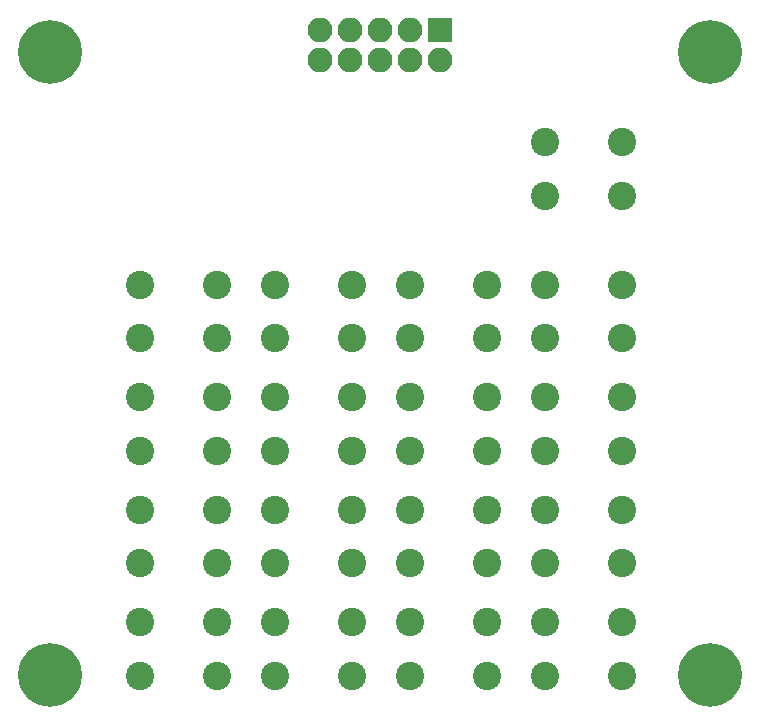
<source format=gbs>
G04 #@! TF.FileFunction,Soldermask,Bot*
%FSLAX46Y46*%
G04 Gerber Fmt 4.6, Leading zero omitted, Abs format (unit mm)*
G04 Created by KiCad (PCBNEW 4.0.7) date 09/22/19 17:23:35*
%MOMM*%
%LPD*%
G01*
G04 APERTURE LIST*
%ADD10C,0.100000*%
%ADD11C,5.400000*%
%ADD12C,2.400000*%
%ADD13R,2.100000X2.100000*%
%ADD14O,2.100000X2.100000*%
G04 APERTURE END LIST*
D10*
D11*
X120650000Y-137160000D03*
X176530000Y-137160000D03*
X176530000Y-84455000D03*
X120650000Y-84455000D03*
D12*
X162560000Y-96575000D03*
X162560000Y-92075000D03*
X169060000Y-96575000D03*
X169060000Y-92075000D03*
X128270000Y-137215000D03*
X128270000Y-132715000D03*
X134770000Y-137215000D03*
X134770000Y-132715000D03*
X128270000Y-127690000D03*
X128270000Y-123190000D03*
X134770000Y-127690000D03*
X134770000Y-123190000D03*
X128270000Y-118165000D03*
X128270000Y-113665000D03*
X134770000Y-118165000D03*
X134770000Y-113665000D03*
X128270000Y-108640000D03*
X128270000Y-104140000D03*
X134770000Y-108640000D03*
X134770000Y-104140000D03*
X139700000Y-137215000D03*
X139700000Y-132715000D03*
X146200000Y-137215000D03*
X146200000Y-132715000D03*
X139700000Y-127690000D03*
X139700000Y-123190000D03*
X146200000Y-127690000D03*
X146200000Y-123190000D03*
X139700000Y-118165000D03*
X139700000Y-113665000D03*
X146200000Y-118165000D03*
X146200000Y-113665000D03*
X139700000Y-108640000D03*
X139700000Y-104140000D03*
X146200000Y-108640000D03*
X146200000Y-104140000D03*
X151130000Y-137215000D03*
X151130000Y-132715000D03*
X157630000Y-137215000D03*
X157630000Y-132715000D03*
X151130000Y-127690000D03*
X151130000Y-123190000D03*
X157630000Y-127690000D03*
X157630000Y-123190000D03*
X151130000Y-118165000D03*
X151130000Y-113665000D03*
X157630000Y-118165000D03*
X157630000Y-113665000D03*
X151130000Y-108640000D03*
X151130000Y-104140000D03*
X157630000Y-108640000D03*
X157630000Y-104140000D03*
X162560000Y-137215000D03*
X162560000Y-132715000D03*
X169060000Y-137215000D03*
X169060000Y-132715000D03*
X162560000Y-127690000D03*
X162560000Y-123190000D03*
X169060000Y-127690000D03*
X169060000Y-123190000D03*
X162560000Y-118165000D03*
X162560000Y-113665000D03*
X169060000Y-118165000D03*
X169060000Y-113665000D03*
X162560000Y-108640000D03*
X162560000Y-104140000D03*
X169060000Y-108640000D03*
X169060000Y-104140000D03*
D13*
X153670000Y-82550000D03*
D14*
X153670000Y-85090000D03*
X151130000Y-82550000D03*
X151130000Y-85090000D03*
X148590000Y-82550000D03*
X148590000Y-85090000D03*
X146050000Y-82550000D03*
X146050000Y-85090000D03*
X143510000Y-82550000D03*
X143510000Y-85090000D03*
M02*

</source>
